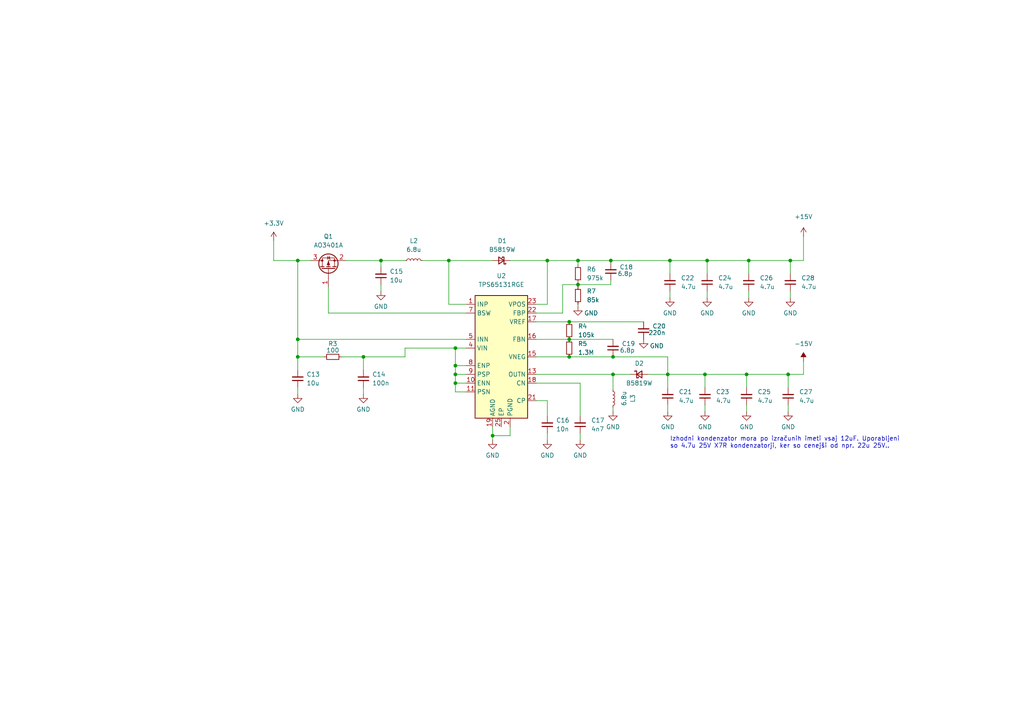
<source format=kicad_sch>
(kicad_sch (version 20211123) (generator eeschema)

  (uuid a7936651-1ee7-42b2-b2cd-640f529508b3)

  (paper "A4")

  (lib_symbols
    (symbol "Device:C_Small" (pin_numbers hide) (pin_names (offset 0.254) hide) (in_bom yes) (on_board yes)
      (property "Reference" "C" (id 0) (at 0.254 1.778 0)
        (effects (font (size 1.27 1.27)) (justify left))
      )
      (property "Value" "C_Small" (id 1) (at 0.254 -2.032 0)
        (effects (font (size 1.27 1.27)) (justify left))
      )
      (property "Footprint" "" (id 2) (at 0 0 0)
        (effects (font (size 1.27 1.27)) hide)
      )
      (property "Datasheet" "~" (id 3) (at 0 0 0)
        (effects (font (size 1.27 1.27)) hide)
      )
      (property "ki_keywords" "capacitor cap" (id 4) (at 0 0 0)
        (effects (font (size 1.27 1.27)) hide)
      )
      (property "ki_description" "Unpolarized capacitor, small symbol" (id 5) (at 0 0 0)
        (effects (font (size 1.27 1.27)) hide)
      )
      (property "ki_fp_filters" "C_*" (id 6) (at 0 0 0)
        (effects (font (size 1.27 1.27)) hide)
      )
      (symbol "C_Small_0_1"
        (polyline
          (pts
            (xy -1.524 -0.508)
            (xy 1.524 -0.508)
          )
          (stroke (width 0.3302) (type default) (color 0 0 0 0))
          (fill (type none))
        )
        (polyline
          (pts
            (xy -1.524 0.508)
            (xy 1.524 0.508)
          )
          (stroke (width 0.3048) (type default) (color 0 0 0 0))
          (fill (type none))
        )
      )
      (symbol "C_Small_1_1"
        (pin passive line (at 0 2.54 270) (length 2.032)
          (name "~" (effects (font (size 1.27 1.27))))
          (number "1" (effects (font (size 1.27 1.27))))
        )
        (pin passive line (at 0 -2.54 90) (length 2.032)
          (name "~" (effects (font (size 1.27 1.27))))
          (number "2" (effects (font (size 1.27 1.27))))
        )
      )
    )
    (symbol "Device:D_Schottky_Small" (pin_numbers hide) (pin_names (offset 0.254) hide) (in_bom yes) (on_board yes)
      (property "Reference" "D" (id 0) (at -1.27 2.032 0)
        (effects (font (size 1.27 1.27)) (justify left))
      )
      (property "Value" "D_Schottky_Small" (id 1) (at -7.112 -2.032 0)
        (effects (font (size 1.27 1.27)) (justify left))
      )
      (property "Footprint" "" (id 2) (at 0 0 90)
        (effects (font (size 1.27 1.27)) hide)
      )
      (property "Datasheet" "~" (id 3) (at 0 0 90)
        (effects (font (size 1.27 1.27)) hide)
      )
      (property "ki_keywords" "diode Schottky" (id 4) (at 0 0 0)
        (effects (font (size 1.27 1.27)) hide)
      )
      (property "ki_description" "Schottky diode, small symbol" (id 5) (at 0 0 0)
        (effects (font (size 1.27 1.27)) hide)
      )
      (property "ki_fp_filters" "TO-???* *_Diode_* *SingleDiode* D_*" (id 6) (at 0 0 0)
        (effects (font (size 1.27 1.27)) hide)
      )
      (symbol "D_Schottky_Small_0_1"
        (polyline
          (pts
            (xy -0.762 0)
            (xy 0.762 0)
          )
          (stroke (width 0) (type default) (color 0 0 0 0))
          (fill (type none))
        )
        (polyline
          (pts
            (xy 0.762 -1.016)
            (xy -0.762 0)
            (xy 0.762 1.016)
            (xy 0.762 -1.016)
          )
          (stroke (width 0.254) (type default) (color 0 0 0 0))
          (fill (type none))
        )
        (polyline
          (pts
            (xy -1.27 0.762)
            (xy -1.27 1.016)
            (xy -0.762 1.016)
            (xy -0.762 -1.016)
            (xy -0.254 -1.016)
            (xy -0.254 -0.762)
          )
          (stroke (width 0.254) (type default) (color 0 0 0 0))
          (fill (type none))
        )
      )
      (symbol "D_Schottky_Small_1_1"
        (pin passive line (at -2.54 0 0) (length 1.778)
          (name "K" (effects (font (size 1.27 1.27))))
          (number "1" (effects (font (size 1.27 1.27))))
        )
        (pin passive line (at 2.54 0 180) (length 1.778)
          (name "A" (effects (font (size 1.27 1.27))))
          (number "2" (effects (font (size 1.27 1.27))))
        )
      )
    )
    (symbol "Device:L_Small" (pin_numbers hide) (pin_names (offset 0.254) hide) (in_bom yes) (on_board yes)
      (property "Reference" "L" (id 0) (at 0.762 1.016 0)
        (effects (font (size 1.27 1.27)) (justify left))
      )
      (property "Value" "L_Small" (id 1) (at 0.762 -1.016 0)
        (effects (font (size 1.27 1.27)) (justify left))
      )
      (property "Footprint" "" (id 2) (at 0 0 0)
        (effects (font (size 1.27 1.27)) hide)
      )
      (property "Datasheet" "~" (id 3) (at 0 0 0)
        (effects (font (size 1.27 1.27)) hide)
      )
      (property "ki_keywords" "inductor choke coil reactor magnetic" (id 4) (at 0 0 0)
        (effects (font (size 1.27 1.27)) hide)
      )
      (property "ki_description" "Inductor, small symbol" (id 5) (at 0 0 0)
        (effects (font (size 1.27 1.27)) hide)
      )
      (property "ki_fp_filters" "Choke_* *Coil* Inductor_* L_*" (id 6) (at 0 0 0)
        (effects (font (size 1.27 1.27)) hide)
      )
      (symbol "L_Small_0_1"
        (arc (start 0 -2.032) (mid 0.508 -1.524) (end 0 -1.016)
          (stroke (width 0) (type default) (color 0 0 0 0))
          (fill (type none))
        )
        (arc (start 0 -1.016) (mid 0.508 -0.508) (end 0 0)
          (stroke (width 0) (type default) (color 0 0 0 0))
          (fill (type none))
        )
        (arc (start 0 0) (mid 0.508 0.508) (end 0 1.016)
          (stroke (width 0) (type default) (color 0 0 0 0))
          (fill (type none))
        )
        (arc (start 0 1.016) (mid 0.508 1.524) (end 0 2.032)
          (stroke (width 0) (type default) (color 0 0 0 0))
          (fill (type none))
        )
      )
      (symbol "L_Small_1_1"
        (pin passive line (at 0 2.54 270) (length 0.508)
          (name "~" (effects (font (size 1.27 1.27))))
          (number "1" (effects (font (size 1.27 1.27))))
        )
        (pin passive line (at 0 -2.54 90) (length 0.508)
          (name "~" (effects (font (size 1.27 1.27))))
          (number "2" (effects (font (size 1.27 1.27))))
        )
      )
    )
    (symbol "Device:R_Small" (pin_numbers hide) (pin_names (offset 0.254) hide) (in_bom yes) (on_board yes)
      (property "Reference" "R" (id 0) (at 0.762 0.508 0)
        (effects (font (size 1.27 1.27)) (justify left))
      )
      (property "Value" "R_Small" (id 1) (at 0.762 -1.016 0)
        (effects (font (size 1.27 1.27)) (justify left))
      )
      (property "Footprint" "" (id 2) (at 0 0 0)
        (effects (font (size 1.27 1.27)) hide)
      )
      (property "Datasheet" "~" (id 3) (at 0 0 0)
        (effects (font (size 1.27 1.27)) hide)
      )
      (property "ki_keywords" "R resistor" (id 4) (at 0 0 0)
        (effects (font (size 1.27 1.27)) hide)
      )
      (property "ki_description" "Resistor, small symbol" (id 5) (at 0 0 0)
        (effects (font (size 1.27 1.27)) hide)
      )
      (property "ki_fp_filters" "R_*" (id 6) (at 0 0 0)
        (effects (font (size 1.27 1.27)) hide)
      )
      (symbol "R_Small_0_1"
        (rectangle (start -0.762 1.778) (end 0.762 -1.778)
          (stroke (width 0.2032) (type default) (color 0 0 0 0))
          (fill (type none))
        )
      )
      (symbol "R_Small_1_1"
        (pin passive line (at 0 2.54 270) (length 0.762)
          (name "~" (effects (font (size 1.27 1.27))))
          (number "1" (effects (font (size 1.27 1.27))))
        )
        (pin passive line (at 0 -2.54 90) (length 0.762)
          (name "~" (effects (font (size 1.27 1.27))))
          (number "2" (effects (font (size 1.27 1.27))))
        )
      )
    )
    (symbol "Regulator_Switching:TPS65131RGE" (in_bom yes) (on_board yes)
      (property "Reference" "U" (id 0) (at -6.858 21.082 0)
        (effects (font (size 1.27 1.27)))
      )
      (property "Value" "TPS65131RGE" (id 1) (at -1.016 19.05 0)
        (effects (font (size 1.27 1.27)))
      )
      (property "Footprint" "Package_DFN_QFN:VQFN-24-1EP_4x4mm_P0.5mm_EP2.45x2.45mm_ThermalVias" (id 2) (at 0 0 0)
        (effects (font (size 1.27 1.27)) hide)
      )
      (property "Datasheet" "http://www.ti.com/lit/ds/symlink/tps65130.pdf" (id 3) (at 0 2.54 0)
        (effects (font (size 1.27 1.27)) hide)
      )
      (property "ki_keywords" "split-rail switching dual positive negative" (id 4) (at 0 0 0)
        (effects (font (size 1.27 1.27)) hide)
      )
      (property "ki_description" "Split-Rail Converter with Dual, Positive and Negative Outputs (750mA typ, Switch Current Limit 1950mA typ),), 2.7-5.5V, VQFN-24" (id 5) (at 0 0 0)
        (effects (font (size 1.27 1.27)) hide)
      )
      (property "ki_fp_filters" "VQFN*1EP*4x4mm*P0.5mm*" (id 6) (at 0 0 0)
        (effects (font (size 1.27 1.27)) hide)
      )
      (symbol "TPS65131RGE_0_1"
        (rectangle (start -7.62 17.78) (end 7.62 -17.78)
          (stroke (width 0.254) (type default) (color 0 0 0 0))
          (fill (type background))
        )
      )
      (symbol "TPS65131RGE_1_1"
        (pin input line (at -10.16 15.24 0) (length 2.54)
          (name "INP" (effects (font (size 1.27 1.27))))
          (number "1" (effects (font (size 1.27 1.27))))
        )
        (pin input line (at -10.16 -7.62 0) (length 2.54)
          (name "ENN" (effects (font (size 1.27 1.27))))
          (number "10" (effects (font (size 1.27 1.27))))
        )
        (pin input line (at -10.16 -10.16 0) (length 2.54)
          (name "PSN" (effects (font (size 1.27 1.27))))
          (number "11" (effects (font (size 1.27 1.27))))
        )
        (pin no_connect line (at -7.62 7.62 0) (length 2.54) hide
          (name "NC" (effects (font (size 1.27 1.27))))
          (number "12" (effects (font (size 1.27 1.27))))
        )
        (pin output line (at 10.16 -5.08 180) (length 2.54)
          (name "OUTN" (effects (font (size 1.27 1.27))))
          (number "13" (effects (font (size 1.27 1.27))))
        )
        (pin passive line (at 10.16 -5.08 180) (length 2.54) hide
          (name "OUTN" (effects (font (size 1.27 1.27))))
          (number "14" (effects (font (size 1.27 1.27))))
        )
        (pin input line (at 10.16 0 180) (length 2.54)
          (name "VNEG" (effects (font (size 1.27 1.27))))
          (number "15" (effects (font (size 1.27 1.27))))
        )
        (pin input line (at 10.16 5.08 180) (length 2.54)
          (name "FBN" (effects (font (size 1.27 1.27))))
          (number "16" (effects (font (size 1.27 1.27))))
        )
        (pin output line (at 10.16 10.16 180) (length 2.54)
          (name "VREF" (effects (font (size 1.27 1.27))))
          (number "17" (effects (font (size 1.27 1.27))))
        )
        (pin passive line (at 10.16 -7.62 180) (length 2.54)
          (name "CN" (effects (font (size 1.27 1.27))))
          (number "18" (effects (font (size 1.27 1.27))))
        )
        (pin power_in line (at -2.54 -20.32 90) (length 2.54)
          (name "AGND" (effects (font (size 1.27 1.27))))
          (number "19" (effects (font (size 1.27 1.27))))
        )
        (pin power_in line (at 2.54 -20.32 90) (length 2.54)
          (name "PGND" (effects (font (size 1.27 1.27))))
          (number "2" (effects (font (size 1.27 1.27))))
        )
        (pin no_connect line (at -7.62 10.16 0) (length 2.54) hide
          (name "NC" (effects (font (size 1.27 1.27))))
          (number "20" (effects (font (size 1.27 1.27))))
        )
        (pin passive line (at 10.16 -12.7 180) (length 2.54)
          (name "CP" (effects (font (size 1.27 1.27))))
          (number "21" (effects (font (size 1.27 1.27))))
        )
        (pin input line (at 10.16 12.7 180) (length 2.54)
          (name "FBP" (effects (font (size 1.27 1.27))))
          (number "22" (effects (font (size 1.27 1.27))))
        )
        (pin input line (at 10.16 15.24 180) (length 2.54)
          (name "VPOS" (effects (font (size 1.27 1.27))))
          (number "23" (effects (font (size 1.27 1.27))))
        )
        (pin input line (at -10.16 15.24 0) (length 2.54) hide
          (name "INP" (effects (font (size 1.27 1.27))))
          (number "24" (effects (font (size 1.27 1.27))))
        )
        (pin passive line (at 0 -20.32 90) (length 2.54)
          (name "EP" (effects (font (size 1.27 1.27))))
          (number "25" (effects (font (size 1.27 1.27))))
        )
        (pin passive line (at 2.54 -20.32 90) (length 2.54) hide
          (name "PGND" (effects (font (size 1.27 1.27))))
          (number "3" (effects (font (size 1.27 1.27))))
        )
        (pin power_in line (at -10.16 2.54 0) (length 2.54)
          (name "VIN" (effects (font (size 1.27 1.27))))
          (number "4" (effects (font (size 1.27 1.27))))
        )
        (pin input line (at -10.16 5.08 0) (length 2.54)
          (name "INN" (effects (font (size 1.27 1.27))))
          (number "5" (effects (font (size 1.27 1.27))))
        )
        (pin input line (at -10.16 5.08 0) (length 2.54) hide
          (name "INN" (effects (font (size 1.27 1.27))))
          (number "6" (effects (font (size 1.27 1.27))))
        )
        (pin output line (at -10.16 12.7 0) (length 2.54)
          (name "BSW" (effects (font (size 1.27 1.27))))
          (number "7" (effects (font (size 1.27 1.27))))
        )
        (pin input line (at -10.16 -2.54 0) (length 2.54)
          (name "ENP" (effects (font (size 1.27 1.27))))
          (number "8" (effects (font (size 1.27 1.27))))
        )
        (pin input line (at -10.16 -5.08 0) (length 2.54)
          (name "PSP" (effects (font (size 1.27 1.27))))
          (number "9" (effects (font (size 1.27 1.27))))
        )
      )
    )
    (symbol "Transistor_FET:AO3401A" (pin_names hide) (in_bom yes) (on_board yes)
      (property "Reference" "Q" (id 0) (at 5.08 1.905 0)
        (effects (font (size 1.27 1.27)) (justify left))
      )
      (property "Value" "AO3401A" (id 1) (at 5.08 0 0)
        (effects (font (size 1.27 1.27)) (justify left))
      )
      (property "Footprint" "Package_TO_SOT_SMD:SOT-23" (id 2) (at 5.08 -1.905 0)
        (effects (font (size 1.27 1.27) italic) (justify left) hide)
      )
      (property "Datasheet" "http://www.aosmd.com/pdfs/datasheet/AO3401A.pdf" (id 3) (at 0 0 0)
        (effects (font (size 1.27 1.27)) (justify left) hide)
      )
      (property "ki_keywords" "P-Channel MOSFET" (id 4) (at 0 0 0)
        (effects (font (size 1.27 1.27)) hide)
      )
      (property "ki_description" "-4.0A Id, -30V Vds, P-Channel MOSFET, SOT-23" (id 5) (at 0 0 0)
        (effects (font (size 1.27 1.27)) hide)
      )
      (property "ki_fp_filters" "SOT?23*" (id 6) (at 0 0 0)
        (effects (font (size 1.27 1.27)) hide)
      )
      (symbol "AO3401A_0_1"
        (polyline
          (pts
            (xy 0.254 0)
            (xy -2.54 0)
          )
          (stroke (width 0) (type default) (color 0 0 0 0))
          (fill (type none))
        )
        (polyline
          (pts
            (xy 0.254 1.905)
            (xy 0.254 -1.905)
          )
          (stroke (width 0.254) (type default) (color 0 0 0 0))
          (fill (type none))
        )
        (polyline
          (pts
            (xy 0.762 -1.27)
            (xy 0.762 -2.286)
          )
          (stroke (width 0.254) (type default) (color 0 0 0 0))
          (fill (type none))
        )
        (polyline
          (pts
            (xy 0.762 0.508)
            (xy 0.762 -0.508)
          )
          (stroke (width 0.254) (type default) (color 0 0 0 0))
          (fill (type none))
        )
        (polyline
          (pts
            (xy 0.762 2.286)
            (xy 0.762 1.27)
          )
          (stroke (width 0.254) (type default) (color 0 0 0 0))
          (fill (type none))
        )
        (polyline
          (pts
            (xy 2.54 2.54)
            (xy 2.54 1.778)
          )
          (stroke (width 0) (type default) (color 0 0 0 0))
          (fill (type none))
        )
        (polyline
          (pts
            (xy 2.54 -2.54)
            (xy 2.54 0)
            (xy 0.762 0)
          )
          (stroke (width 0) (type default) (color 0 0 0 0))
          (fill (type none))
        )
        (polyline
          (pts
            (xy 0.762 1.778)
            (xy 3.302 1.778)
            (xy 3.302 -1.778)
            (xy 0.762 -1.778)
          )
          (stroke (width 0) (type default) (color 0 0 0 0))
          (fill (type none))
        )
        (polyline
          (pts
            (xy 2.286 0)
            (xy 1.27 0.381)
            (xy 1.27 -0.381)
            (xy 2.286 0)
          )
          (stroke (width 0) (type default) (color 0 0 0 0))
          (fill (type outline))
        )
        (polyline
          (pts
            (xy 2.794 -0.508)
            (xy 2.921 -0.381)
            (xy 3.683 -0.381)
            (xy 3.81 -0.254)
          )
          (stroke (width 0) (type default) (color 0 0 0 0))
          (fill (type none))
        )
        (polyline
          (pts
            (xy 3.302 -0.381)
            (xy 2.921 0.254)
            (xy 3.683 0.254)
            (xy 3.302 -0.381)
          )
          (stroke (width 0) (type default) (color 0 0 0 0))
          (fill (type none))
        )
        (circle (center 1.651 0) (radius 2.794)
          (stroke (width 0.254) (type default) (color 0 0 0 0))
          (fill (type none))
        )
        (circle (center 2.54 -1.778) (radius 0.254)
          (stroke (width 0) (type default) (color 0 0 0 0))
          (fill (type outline))
        )
        (circle (center 2.54 1.778) (radius 0.254)
          (stroke (width 0) (type default) (color 0 0 0 0))
          (fill (type outline))
        )
      )
      (symbol "AO3401A_1_1"
        (pin input line (at -5.08 0 0) (length 2.54)
          (name "G" (effects (font (size 1.27 1.27))))
          (number "1" (effects (font (size 1.27 1.27))))
        )
        (pin passive line (at 2.54 -5.08 90) (length 2.54)
          (name "S" (effects (font (size 1.27 1.27))))
          (number "2" (effects (font (size 1.27 1.27))))
        )
        (pin passive line (at 2.54 5.08 270) (length 2.54)
          (name "D" (effects (font (size 1.27 1.27))))
          (number "3" (effects (font (size 1.27 1.27))))
        )
      )
    )
    (symbol "power:+15V" (power) (pin_names (offset 0)) (in_bom yes) (on_board yes)
      (property "Reference" "#PWR" (id 0) (at 0 -3.81 0)
        (effects (font (size 1.27 1.27)) hide)
      )
      (property "Value" "+15V" (id 1) (at 0 3.556 0)
        (effects (font (size 1.27 1.27)))
      )
      (property "Footprint" "" (id 2) (at 0 0 0)
        (effects (font (size 1.27 1.27)) hide)
      )
      (property "Datasheet" "" (id 3) (at 0 0 0)
        (effects (font (size 1.27 1.27)) hide)
      )
      (property "ki_keywords" "global power" (id 4) (at 0 0 0)
        (effects (font (size 1.27 1.27)) hide)
      )
      (property "ki_description" "Power symbol creates a global label with name \"+15V\"" (id 5) (at 0 0 0)
        (effects (font (size 1.27 1.27)) hide)
      )
      (symbol "+15V_0_1"
        (polyline
          (pts
            (xy -0.762 1.27)
            (xy 0 2.54)
          )
          (stroke (width 0) (type default) (color 0 0 0 0))
          (fill (type none))
        )
        (polyline
          (pts
            (xy 0 0)
            (xy 0 2.54)
          )
          (stroke (width 0) (type default) (color 0 0 0 0))
          (fill (type none))
        )
        (polyline
          (pts
            (xy 0 2.54)
            (xy 0.762 1.27)
          )
          (stroke (width 0) (type default) (color 0 0 0 0))
          (fill (type none))
        )
      )
      (symbol "+15V_1_1"
        (pin power_in line (at 0 0 90) (length 0) hide
          (name "+15V" (effects (font (size 1.27 1.27))))
          (number "1" (effects (font (size 1.27 1.27))))
        )
      )
    )
    (symbol "power:+3.3V" (power) (pin_names (offset 0)) (in_bom yes) (on_board yes)
      (property "Reference" "#PWR" (id 0) (at 0 -3.81 0)
        (effects (font (size 1.27 1.27)) hide)
      )
      (property "Value" "+3.3V" (id 1) (at 0 3.556 0)
        (effects (font (size 1.27 1.27)))
      )
      (property "Footprint" "" (id 2) (at 0 0 0)
        (effects (font (size 1.27 1.27)) hide)
      )
      (property "Datasheet" "" (id 3) (at 0 0 0)
        (effects (font (size 1.27 1.27)) hide)
      )
      (property "ki_keywords" "global power" (id 4) (at 0 0 0)
        (effects (font (size 1.27 1.27)) hide)
      )
      (property "ki_description" "Power symbol creates a global label with name \"+3.3V\"" (id 5) (at 0 0 0)
        (effects (font (size 1.27 1.27)) hide)
      )
      (symbol "+3.3V_0_1"
        (polyline
          (pts
            (xy -0.762 1.27)
            (xy 0 2.54)
          )
          (stroke (width 0) (type default) (color 0 0 0 0))
          (fill (type none))
        )
        (polyline
          (pts
            (xy 0 0)
            (xy 0 2.54)
          )
          (stroke (width 0) (type default) (color 0 0 0 0))
          (fill (type none))
        )
        (polyline
          (pts
            (xy 0 2.54)
            (xy 0.762 1.27)
          )
          (stroke (width 0) (type default) (color 0 0 0 0))
          (fill (type none))
        )
      )
      (symbol "+3.3V_1_1"
        (pin power_in line (at 0 0 90) (length 0) hide
          (name "+3.3V" (effects (font (size 1.27 1.27))))
          (number "1" (effects (font (size 1.27 1.27))))
        )
      )
    )
    (symbol "power:-15V" (power) (pin_names (offset 0)) (in_bom yes) (on_board yes)
      (property "Reference" "#PWR" (id 0) (at 0 2.54 0)
        (effects (font (size 1.27 1.27)) hide)
      )
      (property "Value" "-15V" (id 1) (at 0 3.81 0)
        (effects (font (size 1.27 1.27)))
      )
      (property "Footprint" "" (id 2) (at 0 0 0)
        (effects (font (size 1.27 1.27)) hide)
      )
      (property "Datasheet" "" (id 3) (at 0 0 0)
        (effects (font (size 1.27 1.27)) hide)
      )
      (property "ki_keywords" "global power" (id 4) (at 0 0 0)
        (effects (font (size 1.27 1.27)) hide)
      )
      (property "ki_description" "Power symbol creates a global label with name \"-15V\"" (id 5) (at 0 0 0)
        (effects (font (size 1.27 1.27)) hide)
      )
      (symbol "-15V_0_0"
        (pin power_in line (at 0 0 90) (length 0) hide
          (name "-15V" (effects (font (size 1.27 1.27))))
          (number "1" (effects (font (size 1.27 1.27))))
        )
      )
      (symbol "-15V_0_1"
        (polyline
          (pts
            (xy 0 0)
            (xy 0 1.27)
            (xy 0.762 1.27)
            (xy 0 2.54)
            (xy -0.762 1.27)
            (xy 0 1.27)
          )
          (stroke (width 0) (type default) (color 0 0 0 0))
          (fill (type outline))
        )
      )
    )
    (symbol "power:GND" (power) (pin_names (offset 0)) (in_bom yes) (on_board yes)
      (property "Reference" "#PWR" (id 0) (at 0 -6.35 0)
        (effects (font (size 1.27 1.27)) hide)
      )
      (property "Value" "GND" (id 1) (at 0 -3.81 0)
        (effects (font (size 1.27 1.27)))
      )
      (property "Footprint" "" (id 2) (at 0 0 0)
        (effects (font (size 1.27 1.27)) hide)
      )
      (property "Datasheet" "" (id 3) (at 0 0 0)
        (effects (font (size 1.27 1.27)) hide)
      )
      (property "ki_keywords" "global power" (id 4) (at 0 0 0)
        (effects (font (size 1.27 1.27)) hide)
      )
      (property "ki_description" "Power symbol creates a global label with name \"GND\" , ground" (id 5) (at 0 0 0)
        (effects (font (size 1.27 1.27)) hide)
      )
      (symbol "GND_0_1"
        (polyline
          (pts
            (xy 0 0)
            (xy 0 -1.27)
            (xy 1.27 -1.27)
            (xy 0 -2.54)
            (xy -1.27 -1.27)
            (xy 0 -1.27)
          )
          (stroke (width 0) (type default) (color 0 0 0 0))
          (fill (type none))
        )
      )
      (symbol "GND_1_1"
        (pin power_in line (at 0 0 270) (length 0) hide
          (name "GND" (effects (font (size 1.27 1.27))))
          (number "1" (effects (font (size 1.27 1.27))))
        )
      )
    )
  )

  (junction (at 110.49 75.565) (diameter 0) (color 0 0 0 0)
    (uuid 06a98fc3-719e-4b11-be1d-54e8ca36c6a2)
  )
  (junction (at 229.235 75.565) (diameter 0) (color 0 0 0 0)
    (uuid 07e3d35c-b880-46bc-9988-b13cc6f116ee)
  )
  (junction (at 177.8 103.505) (diameter 0) (color 0 0 0 0)
    (uuid 0f4f8b64-b600-41eb-8da2-d7dbd75f0425)
  )
  (junction (at 177.165 75.565) (diameter 0) (color 0 0 0 0)
    (uuid 1391677a-3687-445d-b073-e5a9b347278f)
  )
  (junction (at 177.8 108.585) (diameter 0) (color 0 0 0 0)
    (uuid 1566129a-84e7-4e9e-80ec-b7547c1d8691)
  )
  (junction (at 158.75 75.565) (diameter 0) (color 0 0 0 0)
    (uuid 19f4f3d4-6082-4f8e-acfa-c4083f7eb6af)
  )
  (junction (at 193.675 108.585) (diameter 0) (color 0 0 0 0)
    (uuid 2b835a14-f06b-45d7-8775-75d0d2851bb4)
  )
  (junction (at 132.08 106.045) (diameter 0) (color 0 0 0 0)
    (uuid 2c14e238-3de2-475d-9e00-fe83cd7941ba)
  )
  (junction (at 132.08 100.965) (diameter 0) (color 0 0 0 0)
    (uuid 3b208145-aa8d-4d57-895a-5269595d75b2)
  )
  (junction (at 86.36 75.565) (diameter 0) (color 0 0 0 0)
    (uuid 49ae24d2-38d6-49b7-9d95-993f1bf2eb09)
  )
  (junction (at 165.1 98.425) (diameter 0) (color 0 0 0 0)
    (uuid 4c85c608-f30e-444b-85ae-9dbe9a1ae689)
  )
  (junction (at 86.36 98.425) (diameter 0) (color 0 0 0 0)
    (uuid 5b54573c-e5a2-44e4-8d98-96d0a14baff6)
  )
  (junction (at 204.47 108.585) (diameter 0) (color 0 0 0 0)
    (uuid 5f687815-4b43-442b-8f6c-e496283c0fbf)
  )
  (junction (at 130.175 75.565) (diameter 0) (color 0 0 0 0)
    (uuid 6922906d-9c84-405d-a20f-4085367c9044)
  )
  (junction (at 167.64 75.565) (diameter 0) (color 0 0 0 0)
    (uuid 7187f2a4-718c-486a-b1de-e6e11bc8eac9)
  )
  (junction (at 165.1 103.505) (diameter 0) (color 0 0 0 0)
    (uuid 78382a7d-3b31-4baa-bf0e-4b769a171bb9)
  )
  (junction (at 194.31 75.565) (diameter 0) (color 0 0 0 0)
    (uuid 79ac34ef-02f7-4b18-b590-0b833f8951d2)
  )
  (junction (at 86.36 103.505) (diameter 0) (color 0 0 0 0)
    (uuid 91817fe4-9488-438c-9bb4-63279c398063)
  )
  (junction (at 142.875 126.365) (diameter 0) (color 0 0 0 0)
    (uuid a0bb2fca-1834-4c4f-b957-2ac0733c422e)
  )
  (junction (at 205.105 75.565) (diameter 0) (color 0 0 0 0)
    (uuid a31d8927-c558-4431-92b9-b4652f2d636f)
  )
  (junction (at 228.6 108.585) (diameter 0) (color 0 0 0 0)
    (uuid aa58cb17-0497-481b-9459-c861c7e5f44f)
  )
  (junction (at 132.08 108.585) (diameter 0) (color 0 0 0 0)
    (uuid ae6d7858-bae4-40e2-8825-cdbb084b55c9)
  )
  (junction (at 105.41 103.505) (diameter 0) (color 0 0 0 0)
    (uuid c4d49da8-a0cd-4935-94fd-780649f90aae)
  )
  (junction (at 132.08 111.125) (diameter 0) (color 0 0 0 0)
    (uuid cb3c769e-ed19-4b67-802d-0ff9a5bbd7cc)
  )
  (junction (at 217.17 75.565) (diameter 0) (color 0 0 0 0)
    (uuid de47a24c-1671-4c98-a71b-dabe518447b2)
  )
  (junction (at 167.64 82.55) (diameter 0) (color 0 0 0 0)
    (uuid e1f1f7d0-7b63-469a-8367-c0e6bec26f2c)
  )
  (junction (at 216.535 108.585) (diameter 0) (color 0 0 0 0)
    (uuid f34f50ae-4f6b-4157-9c9a-4805304c3fc1)
  )
  (junction (at 165.1 93.345) (diameter 0) (color 0 0 0 0)
    (uuid fa0d3adc-b86f-40bf-bce5-115dedf624f6)
  )

  (wire (pts (xy 95.25 83.185) (xy 95.25 90.805))
    (stroke (width 0) (type default) (color 0 0 0 0))
    (uuid 05f0469e-0d37-49a7-9913-8dcd0d313627)
  )
  (wire (pts (xy 167.64 81.915) (xy 167.64 82.55))
    (stroke (width 0) (type default) (color 0 0 0 0))
    (uuid 08f741fe-c68a-48ec-8447-b2bb602d0cba)
  )
  (wire (pts (xy 147.955 123.825) (xy 147.955 126.365))
    (stroke (width 0) (type default) (color 0 0 0 0))
    (uuid 0a68475d-325b-4c96-9610-5ab29bb64cef)
  )
  (wire (pts (xy 193.675 108.585) (xy 193.675 112.395))
    (stroke (width 0) (type default) (color 0 0 0 0))
    (uuid 0ab2a505-45bf-4a09-b1a1-1c73e4fcaf1e)
  )
  (wire (pts (xy 79.375 69.85) (xy 79.375 75.565))
    (stroke (width 0) (type default) (color 0 0 0 0))
    (uuid 0c9f79d9-9ed4-4707-abfc-c51e08ecfc17)
  )
  (wire (pts (xy 132.08 106.045) (xy 132.08 108.585))
    (stroke (width 0) (type default) (color 0 0 0 0))
    (uuid 0f2c2dd6-3071-443b-ad46-9eb15ac954e8)
  )
  (wire (pts (xy 147.955 126.365) (xy 142.875 126.365))
    (stroke (width 0) (type default) (color 0 0 0 0))
    (uuid 163220e8-1478-4dea-828c-e01877083b3a)
  )
  (wire (pts (xy 233.045 68.58) (xy 233.045 75.565))
    (stroke (width 0) (type default) (color 0 0 0 0))
    (uuid 170fa919-8aa6-494e-86aa-3cd1f06ef34f)
  )
  (wire (pts (xy 163.195 82.55) (xy 167.64 82.55))
    (stroke (width 0) (type default) (color 0 0 0 0))
    (uuid 1828fa13-bab3-49ea-8281-41a22cfeedf4)
  )
  (wire (pts (xy 110.49 75.565) (xy 117.475 75.565))
    (stroke (width 0) (type default) (color 0 0 0 0))
    (uuid 18b7a7cb-eca6-43c1-a40c-00c1f1e97db8)
  )
  (wire (pts (xy 177.165 76.2) (xy 177.165 75.565))
    (stroke (width 0) (type default) (color 0 0 0 0))
    (uuid 18e560cb-116f-410a-9093-5cf8dd0399c8)
  )
  (wire (pts (xy 130.175 75.565) (xy 142.875 75.565))
    (stroke (width 0) (type default) (color 0 0 0 0))
    (uuid 18e686f0-b0c2-451b-80ba-0a140fdd58ff)
  )
  (wire (pts (xy 194.31 75.565) (xy 194.31 79.375))
    (stroke (width 0) (type default) (color 0 0 0 0))
    (uuid 1d79ecc7-b146-4ea2-b870-15eb2a94a518)
  )
  (wire (pts (xy 193.675 117.475) (xy 193.675 119.38))
    (stroke (width 0) (type default) (color 0 0 0 0))
    (uuid 1e7e4d8d-2dba-4981-8c0a-0343c57c6234)
  )
  (wire (pts (xy 158.75 75.565) (xy 158.75 88.265))
    (stroke (width 0) (type default) (color 0 0 0 0))
    (uuid 20cc2f90-d0c8-407d-b819-0041fff9be81)
  )
  (wire (pts (xy 132.08 111.125) (xy 132.08 113.665))
    (stroke (width 0) (type default) (color 0 0 0 0))
    (uuid 2ffd5b2c-f726-4862-82a3-4fcc9eb48a28)
  )
  (wire (pts (xy 158.75 116.205) (xy 158.75 120.65))
    (stroke (width 0) (type default) (color 0 0 0 0))
    (uuid 308a54a6-29f3-4ab2-b686-e5cb2f9617a0)
  )
  (wire (pts (xy 86.36 98.425) (xy 86.36 75.565))
    (stroke (width 0) (type default) (color 0 0 0 0))
    (uuid 31639777-1df5-4be9-a1bf-3d89eb54ba4f)
  )
  (wire (pts (xy 205.105 75.565) (xy 205.105 79.375))
    (stroke (width 0) (type default) (color 0 0 0 0))
    (uuid 354be69f-4bcd-4ff4-9bba-44eade1cb58b)
  )
  (wire (pts (xy 229.235 75.565) (xy 229.235 79.375))
    (stroke (width 0) (type default) (color 0 0 0 0))
    (uuid 374f2053-32bb-4435-987e-842dd1a78eff)
  )
  (wire (pts (xy 167.64 75.565) (xy 167.64 76.835))
    (stroke (width 0) (type default) (color 0 0 0 0))
    (uuid 392a8c5b-4926-404c-af8a-1696e08dda58)
  )
  (wire (pts (xy 99.06 103.505) (xy 105.41 103.505))
    (stroke (width 0) (type default) (color 0 0 0 0))
    (uuid 3c6f8267-1af7-475b-b28b-6426445493a4)
  )
  (wire (pts (xy 204.47 117.475) (xy 204.47 119.38))
    (stroke (width 0) (type default) (color 0 0 0 0))
    (uuid 3d411ad4-ee2b-4477-b11b-b069d51463bb)
  )
  (wire (pts (xy 177.165 75.565) (xy 167.64 75.565))
    (stroke (width 0) (type default) (color 0 0 0 0))
    (uuid 3d964c66-3c45-4ab0-88e2-8add196d1136)
  )
  (wire (pts (xy 167.64 88.265) (xy 167.64 88.9))
    (stroke (width 0) (type default) (color 0 0 0 0))
    (uuid 3e0535d1-1b8d-47c5-aede-cdf13c5cbd99)
  )
  (wire (pts (xy 147.955 75.565) (xy 158.75 75.565))
    (stroke (width 0) (type default) (color 0 0 0 0))
    (uuid 427520af-41a3-4760-afba-5cc22cd875dc)
  )
  (wire (pts (xy 132.08 108.585) (xy 135.255 108.585))
    (stroke (width 0) (type default) (color 0 0 0 0))
    (uuid 43f23e49-a62b-4588-a31f-436ce8f2f15b)
  )
  (wire (pts (xy 132.08 106.045) (xy 135.255 106.045))
    (stroke (width 0) (type default) (color 0 0 0 0))
    (uuid 45668068-75f2-4c2e-88ce-25dc3435ff9d)
  )
  (wire (pts (xy 194.31 84.455) (xy 194.31 86.36))
    (stroke (width 0) (type default) (color 0 0 0 0))
    (uuid 47a0c963-997a-4759-9e6c-870c14f59f8a)
  )
  (wire (pts (xy 86.36 103.505) (xy 86.36 107.315))
    (stroke (width 0) (type default) (color 0 0 0 0))
    (uuid 47a6be40-7772-4ef9-828b-890f04abd003)
  )
  (wire (pts (xy 229.235 84.455) (xy 229.235 86.36))
    (stroke (width 0) (type default) (color 0 0 0 0))
    (uuid 48903a57-04a0-4617-8012-c8a435adef1e)
  )
  (wire (pts (xy 229.235 75.565) (xy 233.045 75.565))
    (stroke (width 0) (type default) (color 0 0 0 0))
    (uuid 48f903b7-b68d-477f-a7c1-7e89b4e67a47)
  )
  (wire (pts (xy 135.255 98.425) (xy 86.36 98.425))
    (stroke (width 0) (type default) (color 0 0 0 0))
    (uuid 49d6c33c-98eb-4d6a-87c1-72dae79b0817)
  )
  (wire (pts (xy 177.8 108.585) (xy 177.8 113.03))
    (stroke (width 0) (type default) (color 0 0 0 0))
    (uuid 4bb20568-3e0b-4aa3-a6dc-2b22ba00aa1d)
  )
  (wire (pts (xy 177.8 103.505) (xy 193.675 103.505))
    (stroke (width 0) (type default) (color 0 0 0 0))
    (uuid 53ac0235-8a18-4529-9f78-0eb735f91a21)
  )
  (wire (pts (xy 204.47 108.585) (xy 204.47 112.395))
    (stroke (width 0) (type default) (color 0 0 0 0))
    (uuid 55f2f304-cad6-44d5-b5d6-7086562076c4)
  )
  (wire (pts (xy 105.41 103.505) (xy 105.41 107.315))
    (stroke (width 0) (type default) (color 0 0 0 0))
    (uuid 591714cb-aef4-4486-ad9d-44571776b960)
  )
  (wire (pts (xy 155.575 93.345) (xy 165.1 93.345))
    (stroke (width 0) (type default) (color 0 0 0 0))
    (uuid 5d10de3f-a9ec-4a6b-80ae-7b4a36930423)
  )
  (wire (pts (xy 193.675 103.505) (xy 193.675 108.585))
    (stroke (width 0) (type default) (color 0 0 0 0))
    (uuid 67efabad-5b5d-4458-9ebb-ffbb2424c2fb)
  )
  (wire (pts (xy 168.275 125.73) (xy 168.275 127.635))
    (stroke (width 0) (type default) (color 0 0 0 0))
    (uuid 69bb07cd-b412-4334-a46c-228a1765b87f)
  )
  (wire (pts (xy 86.36 103.505) (xy 93.98 103.505))
    (stroke (width 0) (type default) (color 0 0 0 0))
    (uuid 6ab85593-2181-4c3c-a89c-a10cebf1ed6f)
  )
  (wire (pts (xy 233.045 108.585) (xy 233.045 104.775))
    (stroke (width 0) (type default) (color 0 0 0 0))
    (uuid 6dc23fdc-d11a-40d9-9378-cd4b7cb25a35)
  )
  (wire (pts (xy 155.575 90.805) (xy 163.195 90.805))
    (stroke (width 0) (type default) (color 0 0 0 0))
    (uuid 714a5b63-3ed3-406f-9e92-5fce310ebb23)
  )
  (wire (pts (xy 95.25 90.805) (xy 135.255 90.805))
    (stroke (width 0) (type default) (color 0 0 0 0))
    (uuid 73a06504-ea25-4aca-92e9-1359cc7b1b80)
  )
  (wire (pts (xy 168.275 120.65) (xy 168.275 111.125))
    (stroke (width 0) (type default) (color 0 0 0 0))
    (uuid 74f90d60-265f-4dcb-bd74-f6a7bc140664)
  )
  (wire (pts (xy 216.535 108.585) (xy 216.535 112.395))
    (stroke (width 0) (type default) (color 0 0 0 0))
    (uuid 7596aafd-5d34-4ec4-a10f-6a142be75a40)
  )
  (wire (pts (xy 117.475 103.505) (xy 117.475 100.965))
    (stroke (width 0) (type default) (color 0 0 0 0))
    (uuid 76c32801-be59-4ff9-ade8-fdae8c3f905a)
  )
  (wire (pts (xy 193.675 108.585) (xy 204.47 108.585))
    (stroke (width 0) (type default) (color 0 0 0 0))
    (uuid 7cffd292-5bf9-4e8e-8401-21b2f6e0c956)
  )
  (wire (pts (xy 132.08 100.965) (xy 135.255 100.965))
    (stroke (width 0) (type default) (color 0 0 0 0))
    (uuid 7d0b20b6-c410-4ac9-84c8-58c4c8147156)
  )
  (wire (pts (xy 135.255 88.265) (xy 130.175 88.265))
    (stroke (width 0) (type default) (color 0 0 0 0))
    (uuid 7faeb746-a897-4d85-8762-dc8fd072396e)
  )
  (wire (pts (xy 132.08 108.585) (xy 132.08 111.125))
    (stroke (width 0) (type default) (color 0 0 0 0))
    (uuid 82d28e72-ab55-4bb5-a96a-dadd972286e9)
  )
  (wire (pts (xy 79.375 75.565) (xy 86.36 75.565))
    (stroke (width 0) (type default) (color 0 0 0 0))
    (uuid 86841771-455f-4d16-8b16-900e698c0cd3)
  )
  (wire (pts (xy 205.105 75.565) (xy 217.17 75.565))
    (stroke (width 0) (type default) (color 0 0 0 0))
    (uuid 89161c29-b2a0-4647-b595-2ae2f195e9f2)
  )
  (wire (pts (xy 158.75 88.265) (xy 155.575 88.265))
    (stroke (width 0) (type default) (color 0 0 0 0))
    (uuid 89b8abad-58bd-4da7-b81f-834fd7b8c653)
  )
  (wire (pts (xy 177.165 81.28) (xy 177.165 82.55))
    (stroke (width 0) (type default) (color 0 0 0 0))
    (uuid 908d64ba-c37d-4956-babb-7803bd400523)
  )
  (wire (pts (xy 155.575 116.205) (xy 158.75 116.205))
    (stroke (width 0) (type default) (color 0 0 0 0))
    (uuid 9261f222-51e8-43db-97a7-fd6ad3979b81)
  )
  (wire (pts (xy 167.64 82.55) (xy 177.165 82.55))
    (stroke (width 0) (type default) (color 0 0 0 0))
    (uuid 929d181d-09f5-425d-b426-3914ae07cd76)
  )
  (wire (pts (xy 167.64 82.55) (xy 167.64 83.185))
    (stroke (width 0) (type default) (color 0 0 0 0))
    (uuid 9670c590-5207-424a-be0b-b750b8b913ca)
  )
  (wire (pts (xy 110.49 82.55) (xy 110.49 84.455))
    (stroke (width 0) (type default) (color 0 0 0 0))
    (uuid 9af76b94-2f26-4a57-9ce7-7232030044ef)
  )
  (wire (pts (xy 142.875 123.825) (xy 142.875 126.365))
    (stroke (width 0) (type default) (color 0 0 0 0))
    (uuid 9f1175c5-da50-4be9-8f70-f133195fbbcf)
  )
  (wire (pts (xy 205.105 84.455) (xy 205.105 86.36))
    (stroke (width 0) (type default) (color 0 0 0 0))
    (uuid a2f84409-f9ec-4b66-83a8-a0c644724bfb)
  )
  (wire (pts (xy 132.08 111.125) (xy 135.255 111.125))
    (stroke (width 0) (type default) (color 0 0 0 0))
    (uuid a48c3581-73b3-4924-ac1a-ba15e89810be)
  )
  (wire (pts (xy 187.96 108.585) (xy 193.675 108.585))
    (stroke (width 0) (type default) (color 0 0 0 0))
    (uuid a6623501-384f-452d-86e3-3e8b994bf58e)
  )
  (wire (pts (xy 217.17 75.565) (xy 229.235 75.565))
    (stroke (width 0) (type default) (color 0 0 0 0))
    (uuid a7214cf9-5a3b-4d47-bb87-14e28d0924f2)
  )
  (wire (pts (xy 158.75 125.73) (xy 158.75 127.635))
    (stroke (width 0) (type default) (color 0 0 0 0))
    (uuid a919a71c-9373-403e-8f92-d137dad3558e)
  )
  (wire (pts (xy 228.6 108.585) (xy 233.045 108.585))
    (stroke (width 0) (type default) (color 0 0 0 0))
    (uuid aa87343d-47ea-419c-8390-208790cb0abf)
  )
  (wire (pts (xy 165.1 93.345) (xy 186.69 93.345))
    (stroke (width 0) (type default) (color 0 0 0 0))
    (uuid ac41cff6-72a0-484a-b042-daec8d113b4c)
  )
  (wire (pts (xy 155.575 98.425) (xy 165.1 98.425))
    (stroke (width 0) (type default) (color 0 0 0 0))
    (uuid b025d56c-bb8e-45b6-85b3-999906f97617)
  )
  (wire (pts (xy 216.535 117.475) (xy 216.535 119.38))
    (stroke (width 0) (type default) (color 0 0 0 0))
    (uuid b0dcaf41-65eb-4f69-9f58-f15aba322cdb)
  )
  (wire (pts (xy 163.195 90.805) (xy 163.195 82.55))
    (stroke (width 0) (type default) (color 0 0 0 0))
    (uuid b4185363-66a7-4684-9f1a-4bf683695188)
  )
  (wire (pts (xy 217.17 75.565) (xy 217.17 79.375))
    (stroke (width 0) (type default) (color 0 0 0 0))
    (uuid b46e179a-c323-4177-a6b8-fdef7b945eb2)
  )
  (wire (pts (xy 194.31 75.565) (xy 205.105 75.565))
    (stroke (width 0) (type default) (color 0 0 0 0))
    (uuid bb1a2004-2200-4a71-94b9-1184331ef874)
  )
  (wire (pts (xy 155.575 111.125) (xy 168.275 111.125))
    (stroke (width 0) (type default) (color 0 0 0 0))
    (uuid c10b5506-51da-408a-9e2c-d4e2acd5ddde)
  )
  (wire (pts (xy 158.75 75.565) (xy 167.64 75.565))
    (stroke (width 0) (type default) (color 0 0 0 0))
    (uuid c17ad8bc-5df0-4b17-ae22-85e741d284ef)
  )
  (wire (pts (xy 216.535 108.585) (xy 228.6 108.585))
    (stroke (width 0) (type default) (color 0 0 0 0))
    (uuid c1ac6aa9-61e6-40de-951b-7e4225d54701)
  )
  (wire (pts (xy 86.36 75.565) (xy 90.17 75.565))
    (stroke (width 0) (type default) (color 0 0 0 0))
    (uuid c4095245-e105-40dc-a3c3-4a751f6139e0)
  )
  (wire (pts (xy 228.6 108.585) (xy 228.6 112.395))
    (stroke (width 0) (type default) (color 0 0 0 0))
    (uuid c4ba3f54-7672-4483-a4c2-aa73a73b81c0)
  )
  (wire (pts (xy 142.875 126.365) (xy 142.875 127.635))
    (stroke (width 0) (type default) (color 0 0 0 0))
    (uuid c5adcdeb-3051-46f0-9437-2cbcb01847df)
  )
  (wire (pts (xy 165.1 98.425) (xy 177.8 98.425))
    (stroke (width 0) (type default) (color 0 0 0 0))
    (uuid c6a51895-b0c7-4dbb-9087-529aae73484e)
  )
  (wire (pts (xy 177.8 108.585) (xy 182.88 108.585))
    (stroke (width 0) (type default) (color 0 0 0 0))
    (uuid c8c8747e-a26f-4c9e-aa7c-2876482903c0)
  )
  (wire (pts (xy 110.49 75.565) (xy 110.49 77.47))
    (stroke (width 0) (type default) (color 0 0 0 0))
    (uuid cc462fb9-54fc-4632-bb2c-df3cedfbff2a)
  )
  (wire (pts (xy 100.33 75.565) (xy 110.49 75.565))
    (stroke (width 0) (type default) (color 0 0 0 0))
    (uuid d02f4fa9-50ef-4cf6-97eb-388b4191bb38)
  )
  (wire (pts (xy 86.36 112.395) (xy 86.36 114.3))
    (stroke (width 0) (type default) (color 0 0 0 0))
    (uuid d09dca35-072a-400d-80ae-27cb2d0f5af2)
  )
  (wire (pts (xy 155.575 103.505) (xy 165.1 103.505))
    (stroke (width 0) (type default) (color 0 0 0 0))
    (uuid d351f932-dc14-45db-b065-22935da29cf1)
  )
  (wire (pts (xy 228.6 117.475) (xy 228.6 119.38))
    (stroke (width 0) (type default) (color 0 0 0 0))
    (uuid d3d769fc-74a9-43b0-9e32-1f77b2eb45f7)
  )
  (wire (pts (xy 204.47 108.585) (xy 216.535 108.585))
    (stroke (width 0) (type default) (color 0 0 0 0))
    (uuid d8c19625-c74f-4b15-9c16-380feb17c104)
  )
  (wire (pts (xy 130.175 88.265) (xy 130.175 75.565))
    (stroke (width 0) (type default) (color 0 0 0 0))
    (uuid d99c12fe-90f7-4e48-8596-e3bff76dd8ca)
  )
  (wire (pts (xy 132.08 100.965) (xy 132.08 106.045))
    (stroke (width 0) (type default) (color 0 0 0 0))
    (uuid d9b25164-f627-441d-9c56-20540a4b5109)
  )
  (wire (pts (xy 155.575 108.585) (xy 177.8 108.585))
    (stroke (width 0) (type default) (color 0 0 0 0))
    (uuid df4215ee-6e99-4494-8fca-b95080e00993)
  )
  (wire (pts (xy 135.255 113.665) (xy 132.08 113.665))
    (stroke (width 0) (type default) (color 0 0 0 0))
    (uuid e053d293-54e5-4fe3-8541-eb8fd8aa1316)
  )
  (wire (pts (xy 217.17 84.455) (xy 217.17 86.36))
    (stroke (width 0) (type default) (color 0 0 0 0))
    (uuid e2243ed4-34ae-4e55-a35f-6dff875d1f62)
  )
  (wire (pts (xy 122.555 75.565) (xy 130.175 75.565))
    (stroke (width 0) (type default) (color 0 0 0 0))
    (uuid e487422f-4a35-4bf0-8675-3b478e03b1c1)
  )
  (wire (pts (xy 177.165 75.565) (xy 194.31 75.565))
    (stroke (width 0) (type default) (color 0 0 0 0))
    (uuid ea131886-c02f-4b16-b4a3-044aa0940658)
  )
  (wire (pts (xy 105.41 112.395) (xy 105.41 114.3))
    (stroke (width 0) (type default) (color 0 0 0 0))
    (uuid ec2d20bd-d9cc-453c-ae99-82c0adcb8267)
  )
  (wire (pts (xy 165.1 103.505) (xy 177.8 103.505))
    (stroke (width 0) (type default) (color 0 0 0 0))
    (uuid ee05caf1-ff42-42ad-9e7a-15b88a7ab993)
  )
  (wire (pts (xy 105.41 103.505) (xy 117.475 103.505))
    (stroke (width 0) (type default) (color 0 0 0 0))
    (uuid f2572160-6e22-4f2f-b6e1-44d02c73ccbc)
  )
  (wire (pts (xy 177.8 118.11) (xy 177.8 119.38))
    (stroke (width 0) (type default) (color 0 0 0 0))
    (uuid f7191a4d-f5f7-4b23-8aad-7ea1e7f97df8)
  )
  (wire (pts (xy 86.36 98.425) (xy 86.36 103.505))
    (stroke (width 0) (type default) (color 0 0 0 0))
    (uuid f7ce37c5-51ea-40f9-9bbd-fbdbe56f3fa2)
  )
  (wire (pts (xy 117.475 100.965) (xy 132.08 100.965))
    (stroke (width 0) (type default) (color 0 0 0 0))
    (uuid f97d8d24-e493-47fb-9c21-ad3919db7731)
  )

  (text "Izhodni kondenzator mora po izračunih imeti vsaj 12uF. Uporabljeni\nso 4.7u 25V X7R kondenzatorji, ker so cenejši od npr. 22u 25V.."
    (at 194.31 130.175 0)
    (effects (font (size 1.27 1.27)) (justify left bottom))
    (uuid 5b268c86-14c9-4dfd-980e-247b17643d61)
  )

  (symbol (lib_id "power:GND") (at 194.31 86.36 0) (unit 1)
    (in_bom yes) (on_board yes) (fields_autoplaced)
    (uuid 020b2426-1103-46e4-a399-235598731a81)
    (property "Reference" "#PWR025" (id 0) (at 194.31 92.71 0)
      (effects (font (size 1.27 1.27)) hide)
    )
    (property "Value" "GND" (id 1) (at 194.31 90.805 0))
    (property "Footprint" "" (id 2) (at 194.31 86.36 0)
      (effects (font (size 1.27 1.27)) hide)
    )
    (property "Datasheet" "" (id 3) (at 194.31 86.36 0)
      (effects (font (size 1.27 1.27)) hide)
    )
    (pin "1" (uuid 3de67be8-28ff-4fba-8bb0-fed3c6570d5b))
  )

  (symbol (lib_id "Device:C_Small") (at 205.105 81.915 180) (unit 1)
    (in_bom yes) (on_board yes) (fields_autoplaced)
    (uuid 02e467ef-dd50-4a09-8bf8-c26053f9cb0a)
    (property "Reference" "C24" (id 0) (at 208.28 80.6385 0)
      (effects (font (size 1.27 1.27)) (justify right))
    )
    (property "Value" "4.7u" (id 1) (at 208.28 83.1785 0)
      (effects (font (size 1.27 1.27)) (justify right))
    )
    (property "Footprint" "" (id 2) (at 205.105 81.915 0)
      (effects (font (size 1.27 1.27)) hide)
    )
    (property "Datasheet" "~" (id 3) (at 205.105 81.915 0)
      (effects (font (size 1.27 1.27)) hide)
    )
    (pin "1" (uuid 5173e82f-6a65-4e78-bd51-8ae018b2a895))
    (pin "2" (uuid db8d2e96-d41a-4d91-8d34-d692c5821e17))
  )

  (symbol (lib_id "power:GND") (at 105.41 114.3 0) (unit 1)
    (in_bom yes) (on_board yes) (fields_autoplaced)
    (uuid 04f44c85-e17a-4339-b1e2-fe98d1239541)
    (property "Reference" "#PWR016" (id 0) (at 105.41 120.65 0)
      (effects (font (size 1.27 1.27)) hide)
    )
    (property "Value" "GND" (id 1) (at 105.41 118.745 0))
    (property "Footprint" "" (id 2) (at 105.41 114.3 0)
      (effects (font (size 1.27 1.27)) hide)
    )
    (property "Datasheet" "" (id 3) (at 105.41 114.3 0)
      (effects (font (size 1.27 1.27)) hide)
    )
    (pin "1" (uuid 0f3454cf-0e0c-4242-a374-f6b10859f03c))
  )

  (symbol (lib_id "Device:L_Small") (at 120.015 75.565 90) (unit 1)
    (in_bom yes) (on_board yes)
    (uuid 0ae295a4-5fbf-4983-9008-7915c6d66004)
    (property "Reference" "L2" (id 0) (at 120.015 69.85 90))
    (property "Value" "6.8u" (id 1) (at 120.015 72.39 90))
    (property "Footprint" "" (id 2) (at 120.015 75.565 0)
      (effects (font (size 1.27 1.27)) hide)
    )
    (property "Datasheet" "~" (id 3) (at 120.015 75.565 0)
      (effects (font (size 1.27 1.27)) hide)
    )
    (pin "1" (uuid b48d33b1-e6b4-4539-a767-3305e0459c8e))
    (pin "2" (uuid db224711-dfed-4c0e-b29e-7e248694ef1a))
  )

  (symbol (lib_id "Transistor_FET:AO3401A") (at 95.25 78.105 90) (unit 1)
    (in_bom yes) (on_board yes) (fields_autoplaced)
    (uuid 1b6b5481-b5fd-4f7d-a0e7-feffd01ab5fd)
    (property "Reference" "Q1" (id 0) (at 95.25 68.58 90))
    (property "Value" "AO3401A" (id 1) (at 95.25 71.12 90))
    (property "Footprint" "Package_TO_SOT_SMD:SOT-23" (id 2) (at 97.155 73.025 0)
      (effects (font (size 1.27 1.27) italic) (justify left) hide)
    )
    (property "Datasheet" "http://www.aosmd.com/pdfs/datasheet/AO3401A.pdf" (id 3) (at 95.25 78.105 0)
      (effects (font (size 1.27 1.27)) (justify left) hide)
    )
    (pin "1" (uuid 06687e98-6667-49b9-8110-e66669f3bbe8))
    (pin "2" (uuid e5c5a7ec-c6cd-4129-aa14-07c3b5ee6d15))
    (pin "3" (uuid c999575e-6e16-4560-9421-ed7a2cb15e1b))
  )

  (symbol (lib_id "power:GND") (at 167.64 88.9 0) (unit 1)
    (in_bom yes) (on_board yes)
    (uuid 2ae7f475-e0e3-41d5-a57b-7b6401054e29)
    (property "Reference" "#PWR020" (id 0) (at 167.64 95.25 0)
      (effects (font (size 1.27 1.27)) hide)
    )
    (property "Value" "GND" (id 1) (at 171.45 90.805 0))
    (property "Footprint" "" (id 2) (at 167.64 88.9 0)
      (effects (font (size 1.27 1.27)) hide)
    )
    (property "Datasheet" "" (id 3) (at 167.64 88.9 0)
      (effects (font (size 1.27 1.27)) hide)
    )
    (pin "1" (uuid 2902bd59-437a-4725-ac54-e7718447d678))
  )

  (symbol (lib_id "Device:C_Small") (at 216.535 114.935 180) (unit 1)
    (in_bom yes) (on_board yes) (fields_autoplaced)
    (uuid 2aedda58-6154-4d26-af14-265e06555bb6)
    (property "Reference" "C25" (id 0) (at 219.71 113.6585 0)
      (effects (font (size 1.27 1.27)) (justify right))
    )
    (property "Value" "4.7u" (id 1) (at 219.71 116.1985 0)
      (effects (font (size 1.27 1.27)) (justify right))
    )
    (property "Footprint" "Capacitor_SMD:C_1206_3216Metric" (id 2) (at 216.535 114.935 0)
      (effects (font (size 1.27 1.27)) hide)
    )
    (property "Datasheet" "~" (id 3) (at 216.535 114.935 0)
      (effects (font (size 1.27 1.27)) hide)
    )
    (pin "1" (uuid 09c14c6c-4cab-41fd-83a5-562c11fffe7a))
    (pin "2" (uuid 6f0896d6-3ef1-4313-b8ca-062c490b1adb))
  )

  (symbol (lib_id "Device:C_Small") (at 86.36 109.855 180) (unit 1)
    (in_bom yes) (on_board yes) (fields_autoplaced)
    (uuid 2b38ae1d-4fbf-4c59-804b-047877b8f818)
    (property "Reference" "C13" (id 0) (at 88.9 108.5785 0)
      (effects (font (size 1.27 1.27)) (justify right))
    )
    (property "Value" "10u" (id 1) (at 88.9 111.1185 0)
      (effects (font (size 1.27 1.27)) (justify right))
    )
    (property "Footprint" "" (id 2) (at 86.36 109.855 0)
      (effects (font (size 1.27 1.27)) hide)
    )
    (property "Datasheet" "~" (id 3) (at 86.36 109.855 0)
      (effects (font (size 1.27 1.27)) hide)
    )
    (pin "1" (uuid e721b143-9638-4dc9-a5e3-3d944ddd96b4))
    (pin "2" (uuid abeeb6f9-cbc5-48f2-b077-4a7dece92c64))
  )

  (symbol (lib_id "Device:R_Small") (at 96.52 103.505 90) (unit 1)
    (in_bom yes) (on_board yes)
    (uuid 3089e8ba-f119-47ce-ba8e-83c0bd4d07f8)
    (property "Reference" "R3" (id 0) (at 96.52 99.695 90))
    (property "Value" "100" (id 1) (at 96.52 101.6 90))
    (property "Footprint" "" (id 2) (at 96.52 103.505 0)
      (effects (font (size 1.27 1.27)) hide)
    )
    (property "Datasheet" "~" (id 3) (at 96.52 103.505 0)
      (effects (font (size 1.27 1.27)) hide)
    )
    (pin "1" (uuid d194ed83-c857-43f9-bf85-d81370fde137))
    (pin "2" (uuid fbf8e27f-6718-42f9-8101-722551325cd2))
  )

  (symbol (lib_id "power:GND") (at 204.47 119.38 0) (unit 1)
    (in_bom yes) (on_board yes) (fields_autoplaced)
    (uuid 329d2e3d-578e-4d60-b0f0-e6ce0ad468c9)
    (property "Reference" "#PWR026" (id 0) (at 204.47 125.73 0)
      (effects (font (size 1.27 1.27)) hide)
    )
    (property "Value" "GND" (id 1) (at 204.47 123.825 0))
    (property "Footprint" "" (id 2) (at 204.47 119.38 0)
      (effects (font (size 1.27 1.27)) hide)
    )
    (property "Datasheet" "" (id 3) (at 204.47 119.38 0)
      (effects (font (size 1.27 1.27)) hide)
    )
    (pin "1" (uuid 4908333c-2192-442f-880f-41057cd50fe1))
  )

  (symbol (lib_id "Device:L_Small") (at 177.8 115.57 0) (unit 1)
    (in_bom yes) (on_board yes)
    (uuid 34fa5450-0c2c-4d88-a800-af2fda58130e)
    (property "Reference" "L3" (id 0) (at 183.515 115.57 90))
    (property "Value" "6.8u" (id 1) (at 180.975 115.57 90))
    (property "Footprint" "" (id 2) (at 177.8 115.57 0)
      (effects (font (size 1.27 1.27)) hide)
    )
    (property "Datasheet" "~" (id 3) (at 177.8 115.57 0)
      (effects (font (size 1.27 1.27)) hide)
    )
    (pin "1" (uuid 95e06be8-1524-44b3-915b-4f94d2c8bbee))
    (pin "2" (uuid ed6dc7ad-5114-4571-b83f-28d304440309))
  )

  (symbol (lib_id "Device:C_Small") (at 217.17 81.915 180) (unit 1)
    (in_bom yes) (on_board yes) (fields_autoplaced)
    (uuid 4a726d0d-e8ad-413d-ab3a-4dafaba42f22)
    (property "Reference" "C26" (id 0) (at 220.345 80.6385 0)
      (effects (font (size 1.27 1.27)) (justify right))
    )
    (property "Value" "4.7u" (id 1) (at 220.345 83.1785 0)
      (effects (font (size 1.27 1.27)) (justify right))
    )
    (property "Footprint" "" (id 2) (at 217.17 81.915 0)
      (effects (font (size 1.27 1.27)) hide)
    )
    (property "Datasheet" "~" (id 3) (at 217.17 81.915 0)
      (effects (font (size 1.27 1.27)) hide)
    )
    (pin "1" (uuid f7051f76-76f2-49ed-aab4-8c3858f576d6))
    (pin "2" (uuid f2187348-da7a-4f5a-ba93-867204114531))
  )

  (symbol (lib_id "power:GND") (at 168.275 127.635 0) (unit 1)
    (in_bom yes) (on_board yes) (fields_autoplaced)
    (uuid 50a39639-5319-4543-87c6-b6c5c004ae23)
    (property "Reference" "#PWR021" (id 0) (at 168.275 133.985 0)
      (effects (font (size 1.27 1.27)) hide)
    )
    (property "Value" "GND" (id 1) (at 168.275 132.08 0))
    (property "Footprint" "" (id 2) (at 168.275 127.635 0)
      (effects (font (size 1.27 1.27)) hide)
    )
    (property "Datasheet" "" (id 3) (at 168.275 127.635 0)
      (effects (font (size 1.27 1.27)) hide)
    )
    (pin "1" (uuid 9d88ef4d-425a-47e2-8c81-558a2f0502cf))
  )

  (symbol (lib_id "power:GND") (at 158.75 127.635 0) (unit 1)
    (in_bom yes) (on_board yes) (fields_autoplaced)
    (uuid 58ff0329-7099-4cc2-9ef0-646e81da9213)
    (property "Reference" "#PWR019" (id 0) (at 158.75 133.985 0)
      (effects (font (size 1.27 1.27)) hide)
    )
    (property "Value" "GND" (id 1) (at 158.75 132.08 0))
    (property "Footprint" "" (id 2) (at 158.75 127.635 0)
      (effects (font (size 1.27 1.27)) hide)
    )
    (property "Datasheet" "" (id 3) (at 158.75 127.635 0)
      (effects (font (size 1.27 1.27)) hide)
    )
    (pin "1" (uuid aa73ca16-a059-4b8d-a52e-1a5e7316c09f))
  )

  (symbol (lib_id "Device:C_Small") (at 229.235 81.915 180) (unit 1)
    (in_bom yes) (on_board yes) (fields_autoplaced)
    (uuid 6a38d121-4dd7-4ac2-9215-ea4d59d621bb)
    (property "Reference" "C28" (id 0) (at 232.41 80.6385 0)
      (effects (font (size 1.27 1.27)) (justify right))
    )
    (property "Value" "4.7u" (id 1) (at 232.41 83.1785 0)
      (effects (font (size 1.27 1.27)) (justify right))
    )
    (property "Footprint" "Capacitor_SMD:C_1206_3216Metric" (id 2) (at 229.235 81.915 0)
      (effects (font (size 1.27 1.27)) hide)
    )
    (property "Datasheet" "~" (id 3) (at 229.235 81.915 0)
      (effects (font (size 1.27 1.27)) hide)
    )
    (pin "1" (uuid b36c355e-4e6c-48be-a1bb-178ddf962ebf))
    (pin "2" (uuid 8b66a7f4-6f10-4d3b-8fdb-3904e80d23b0))
  )

  (symbol (lib_id "Device:R_Small") (at 167.64 85.725 0) (unit 1)
    (in_bom yes) (on_board yes) (fields_autoplaced)
    (uuid 6c2de0ad-5224-490e-8fa6-e7ad9522aaf5)
    (property "Reference" "R7" (id 0) (at 170.18 84.4549 0)
      (effects (font (size 1.27 1.27)) (justify left))
    )
    (property "Value" "85k" (id 1) (at 170.18 86.9949 0)
      (effects (font (size 1.27 1.27)) (justify left))
    )
    (property "Footprint" "" (id 2) (at 167.64 85.725 0)
      (effects (font (size 1.27 1.27)) hide)
    )
    (property "Datasheet" "~" (id 3) (at 167.64 85.725 0)
      (effects (font (size 1.27 1.27)) hide)
    )
    (pin "1" (uuid 852e40e0-3fdd-4d8b-b9d7-5d3e9b068d07))
    (pin "2" (uuid 5034d789-9cab-4dd3-9be2-81a2fb1de21e))
  )

  (symbol (lib_id "power:GND") (at 217.17 86.36 0) (unit 1)
    (in_bom yes) (on_board yes) (fields_autoplaced)
    (uuid 6cf93b96-e60b-4051-b2d3-5ff469374914)
    (property "Reference" "#PWR029" (id 0) (at 217.17 92.71 0)
      (effects (font (size 1.27 1.27)) hide)
    )
    (property "Value" "GND" (id 1) (at 217.17 90.805 0))
    (property "Footprint" "" (id 2) (at 217.17 86.36 0)
      (effects (font (size 1.27 1.27)) hide)
    )
    (property "Datasheet" "" (id 3) (at 217.17 86.36 0)
      (effects (font (size 1.27 1.27)) hide)
    )
    (pin "1" (uuid e9a4bcea-0f69-49a6-82e1-4e8e125b39b9))
  )

  (symbol (lib_id "power:GND") (at 186.69 98.425 0) (unit 1)
    (in_bom yes) (on_board yes)
    (uuid 6ff2bdab-a46d-48f9-85b6-d0347013baed)
    (property "Reference" "#PWR023" (id 0) (at 186.69 104.775 0)
      (effects (font (size 1.27 1.27)) hide)
    )
    (property "Value" "GND" (id 1) (at 190.5 100.33 0))
    (property "Footprint" "" (id 2) (at 186.69 98.425 0)
      (effects (font (size 1.27 1.27)) hide)
    )
    (property "Datasheet" "" (id 3) (at 186.69 98.425 0)
      (effects (font (size 1.27 1.27)) hide)
    )
    (pin "1" (uuid b3ec9933-e380-47aa-b3f2-042f33e04f30))
  )

  (symbol (lib_id "Device:R_Small") (at 165.1 95.885 0) (unit 1)
    (in_bom yes) (on_board yes) (fields_autoplaced)
    (uuid 6ff9c1b8-1527-4ad3-9b5a-12d9a3893adc)
    (property "Reference" "R4" (id 0) (at 167.64 94.6149 0)
      (effects (font (size 1.27 1.27)) (justify left))
    )
    (property "Value" "105k" (id 1) (at 167.64 97.1549 0)
      (effects (font (size 1.27 1.27)) (justify left))
    )
    (property "Footprint" "" (id 2) (at 165.1 95.885 0)
      (effects (font (size 1.27 1.27)) hide)
    )
    (property "Datasheet" "~" (id 3) (at 165.1 95.885 0)
      (effects (font (size 1.27 1.27)) hide)
    )
    (pin "1" (uuid 7d2eb15b-bfc1-461b-b269-422615ca426e))
    (pin "2" (uuid e823cdc3-7a36-4619-a080-6646241d2a9a))
  )

  (symbol (lib_id "power:GND") (at 205.105 86.36 0) (unit 1)
    (in_bom yes) (on_board yes) (fields_autoplaced)
    (uuid 796ea20b-5a9d-469b-95c1-0a38df0742b4)
    (property "Reference" "#PWR027" (id 0) (at 205.105 92.71 0)
      (effects (font (size 1.27 1.27)) hide)
    )
    (property "Value" "GND" (id 1) (at 205.105 90.805 0))
    (property "Footprint" "" (id 2) (at 205.105 86.36 0)
      (effects (font (size 1.27 1.27)) hide)
    )
    (property "Datasheet" "" (id 3) (at 205.105 86.36 0)
      (effects (font (size 1.27 1.27)) hide)
    )
    (pin "1" (uuid 6186dd95-de4f-425b-8dfc-d298bffe8db5))
  )

  (symbol (lib_id "Device:C_Small") (at 110.49 80.01 180) (unit 1)
    (in_bom yes) (on_board yes) (fields_autoplaced)
    (uuid 7a29c467-b878-41f5-9716-cd1a61a90ff8)
    (property "Reference" "C15" (id 0) (at 113.03 78.7335 0)
      (effects (font (size 1.27 1.27)) (justify right))
    )
    (property "Value" "10u" (id 1) (at 113.03 81.2735 0)
      (effects (font (size 1.27 1.27)) (justify right))
    )
    (property "Footprint" "" (id 2) (at 110.49 80.01 0)
      (effects (font (size 1.27 1.27)) hide)
    )
    (property "Datasheet" "~" (id 3) (at 110.49 80.01 0)
      (effects (font (size 1.27 1.27)) hide)
    )
    (pin "1" (uuid 26c850bc-1f44-4b2c-83ce-91e30190ffcd))
    (pin "2" (uuid 143620b0-e2c0-49c7-a890-d5162999f5e2))
  )

  (symbol (lib_id "Device:R_Small") (at 165.1 100.965 0) (unit 1)
    (in_bom yes) (on_board yes) (fields_autoplaced)
    (uuid 7aa0721b-aeee-4107-8491-9527032087b3)
    (property "Reference" "R5" (id 0) (at 167.64 99.6949 0)
      (effects (font (size 1.27 1.27)) (justify left))
    )
    (property "Value" "1.3M" (id 1) (at 167.64 102.2349 0)
      (effects (font (size 1.27 1.27)) (justify left))
    )
    (property "Footprint" "" (id 2) (at 165.1 100.965 0)
      (effects (font (size 1.27 1.27)) hide)
    )
    (property "Datasheet" "~" (id 3) (at 165.1 100.965 0)
      (effects (font (size 1.27 1.27)) hide)
    )
    (pin "1" (uuid f1fbed1d-cd0b-40cd-9398-2338ce2e71a8))
    (pin "2" (uuid 0cc6b55c-0219-4b7a-ae20-e49f532a768c))
  )

  (symbol (lib_id "Device:C_Small") (at 228.6 114.935 180) (unit 1)
    (in_bom yes) (on_board yes) (fields_autoplaced)
    (uuid 812418d8-5bc0-445d-a451-75442b45b37c)
    (property "Reference" "C27" (id 0) (at 231.775 113.6585 0)
      (effects (font (size 1.27 1.27)) (justify right))
    )
    (property "Value" "4.7u" (id 1) (at 231.775 116.1985 0)
      (effects (font (size 1.27 1.27)) (justify right))
    )
    (property "Footprint" "Capacitor_SMD:C_1206_3216Metric" (id 2) (at 228.6 114.935 0)
      (effects (font (size 1.27 1.27)) hide)
    )
    (property "Datasheet" "~" (id 3) (at 228.6 114.935 0)
      (effects (font (size 1.27 1.27)) hide)
    )
    (pin "1" (uuid a84aa816-0c29-497b-8eee-96b8ad6f0335))
    (pin "2" (uuid 5c3029e9-7d1e-4e33-b504-767c4e1bdf12))
  )

  (symbol (lib_id "Device:C_Small") (at 105.41 109.855 180) (unit 1)
    (in_bom yes) (on_board yes) (fields_autoplaced)
    (uuid 89b6599d-ab78-41ae-9531-d9617ba8e88d)
    (property "Reference" "C14" (id 0) (at 107.95 108.5785 0)
      (effects (font (size 1.27 1.27)) (justify right))
    )
    (property "Value" "100n" (id 1) (at 107.95 111.1185 0)
      (effects (font (size 1.27 1.27)) (justify right))
    )
    (property "Footprint" "" (id 2) (at 105.41 109.855 0)
      (effects (font (size 1.27 1.27)) hide)
    )
    (property "Datasheet" "~" (id 3) (at 105.41 109.855 0)
      (effects (font (size 1.27 1.27)) hide)
    )
    (pin "1" (uuid 279a065b-012e-40b5-a56e-eb6d8d83c649))
    (pin "2" (uuid df503524-7edf-4696-ba7d-223797c1a317))
  )

  (symbol (lib_id "Device:C_Small") (at 204.47 114.935 180) (unit 1)
    (in_bom yes) (on_board yes) (fields_autoplaced)
    (uuid 91c0ad4a-d846-427b-a37e-f669b58f135e)
    (property "Reference" "C23" (id 0) (at 207.645 113.6585 0)
      (effects (font (size 1.27 1.27)) (justify right))
    )
    (property "Value" "4.7u" (id 1) (at 207.645 116.1985 0)
      (effects (font (size 1.27 1.27)) (justify right))
    )
    (property "Footprint" "Capacitor_SMD:C_1206_3216Metric" (id 2) (at 204.47 114.935 0)
      (effects (font (size 1.27 1.27)) hide)
    )
    (property "Datasheet" "~" (id 3) (at 204.47 114.935 0)
      (effects (font (size 1.27 1.27)) hide)
    )
    (pin "1" (uuid 3af99273-b3e8-4a30-af0f-ddc9612c58f9))
    (pin "2" (uuid 533d4f76-3329-4ae0-9954-706812cfa4f5))
  )

  (symbol (lib_id "power:GND") (at 177.8 119.38 0) (unit 1)
    (in_bom yes) (on_board yes) (fields_autoplaced)
    (uuid 9533a7ae-aa3c-4b01-a9da-62806f6cd71b)
    (property "Reference" "#PWR022" (id 0) (at 177.8 125.73 0)
      (effects (font (size 1.27 1.27)) hide)
    )
    (property "Value" "GND" (id 1) (at 177.8 123.825 0))
    (property "Footprint" "" (id 2) (at 177.8 119.38 0)
      (effects (font (size 1.27 1.27)) hide)
    )
    (property "Datasheet" "" (id 3) (at 177.8 119.38 0)
      (effects (font (size 1.27 1.27)) hide)
    )
    (pin "1" (uuid 8442c572-3783-41a8-ad2e-80e11619463e))
  )

  (symbol (lib_id "Device:C_Small") (at 194.31 81.915 180) (unit 1)
    (in_bom yes) (on_board yes) (fields_autoplaced)
    (uuid 98f5e439-aa05-4c05-9be5-163be88dafe3)
    (property "Reference" "C22" (id 0) (at 197.485 80.6385 0)
      (effects (font (size 1.27 1.27)) (justify right))
    )
    (property "Value" "4.7u" (id 1) (at 197.485 83.1785 0)
      (effects (font (size 1.27 1.27)) (justify right))
    )
    (property "Footprint" "" (id 2) (at 194.31 81.915 0)
      (effects (font (size 1.27 1.27)) hide)
    )
    (property "Datasheet" "~" (id 3) (at 194.31 81.915 0)
      (effects (font (size 1.27 1.27)) hide)
    )
    (pin "1" (uuid d1705beb-7d13-4ef7-8174-c70e39ab3c37))
    (pin "2" (uuid 06967be3-cee2-410d-9a91-e07fd45da12c))
  )

  (symbol (lib_id "Device:C_Small") (at 177.165 78.74 180) (unit 1)
    (in_bom yes) (on_board yes)
    (uuid 9a685ce1-9ef3-4aaa-8a8b-00083b785149)
    (property "Reference" "C18" (id 0) (at 179.705 77.4635 0)
      (effects (font (size 1.27 1.27)) (justify right))
    )
    (property "Value" "6.8p" (id 1) (at 183.515 79.375 0)
      (effects (font (size 1.27 1.27)) (justify left))
    )
    (property "Footprint" "" (id 2) (at 177.165 78.74 0)
      (effects (font (size 1.27 1.27)) hide)
    )
    (property "Datasheet" "~" (id 3) (at 177.165 78.74 0)
      (effects (font (size 1.27 1.27)) hide)
    )
    (pin "1" (uuid 4f1f302e-4948-4cc8-ae53-bb73869c6bb9))
    (pin "2" (uuid c4c0fdc2-ef27-43f7-ae79-3d9a2f681484))
  )

  (symbol (lib_id "power:GND") (at 193.675 119.38 0) (unit 1)
    (in_bom yes) (on_board yes) (fields_autoplaced)
    (uuid 9dbb965e-bfa0-42d4-a034-970f971a202b)
    (property "Reference" "#PWR024" (id 0) (at 193.675 125.73 0)
      (effects (font (size 1.27 1.27)) hide)
    )
    (property "Value" "GND" (id 1) (at 193.675 123.825 0))
    (property "Footprint" "" (id 2) (at 193.675 119.38 0)
      (effects (font (size 1.27 1.27)) hide)
    )
    (property "Datasheet" "" (id 3) (at 193.675 119.38 0)
      (effects (font (size 1.27 1.27)) hide)
    )
    (pin "1" (uuid 4af08fe1-0009-41e4-b6fd-b0b8b0a693ae))
  )

  (symbol (lib_id "power:GND") (at 216.535 119.38 0) (unit 1)
    (in_bom yes) (on_board yes) (fields_autoplaced)
    (uuid 9de9463e-1336-451b-b3f1-3f5d08829356)
    (property "Reference" "#PWR028" (id 0) (at 216.535 125.73 0)
      (effects (font (size 1.27 1.27)) hide)
    )
    (property "Value" "GND" (id 1) (at 216.535 123.825 0))
    (property "Footprint" "" (id 2) (at 216.535 119.38 0)
      (effects (font (size 1.27 1.27)) hide)
    )
    (property "Datasheet" "" (id 3) (at 216.535 119.38 0)
      (effects (font (size 1.27 1.27)) hide)
    )
    (pin "1" (uuid 326ed31b-656b-43c3-851b-4caceba3b5cf))
  )

  (symbol (lib_id "Device:D_Schottky_Small") (at 145.415 75.565 180) (unit 1)
    (in_bom yes) (on_board yes) (fields_autoplaced)
    (uuid a4f6f6e9-e1af-47c7-a6b6-e5d0a0ab56c2)
    (property "Reference" "D1" (id 0) (at 145.669 69.85 0))
    (property "Value" "B5819W" (id 1) (at 145.669 72.39 0))
    (property "Footprint" "" (id 2) (at 145.415 75.565 90)
      (effects (font (size 1.27 1.27)) hide)
    )
    (property "Datasheet" "~" (id 3) (at 145.415 75.565 90)
      (effects (font (size 1.27 1.27)) hide)
    )
    (pin "1" (uuid 40fb8b75-2a17-4096-ac5c-a402ba3fda33))
    (pin "2" (uuid 7b2be4b9-8261-4059-be6b-24dacc2b7e87))
  )

  (symbol (lib_id "Device:C_Small") (at 158.75 123.19 180) (unit 1)
    (in_bom yes) (on_board yes) (fields_autoplaced)
    (uuid a7a1c2dd-d7ab-4f8e-bad5-c9caad74236b)
    (property "Reference" "C16" (id 0) (at 161.29 121.9135 0)
      (effects (font (size 1.27 1.27)) (justify right))
    )
    (property "Value" "10n" (id 1) (at 161.29 124.4535 0)
      (effects (font (size 1.27 1.27)) (justify right))
    )
    (property "Footprint" "" (id 2) (at 158.75 123.19 0)
      (effects (font (size 1.27 1.27)) hide)
    )
    (property "Datasheet" "~" (id 3) (at 158.75 123.19 0)
      (effects (font (size 1.27 1.27)) hide)
    )
    (pin "1" (uuid f0efd3cb-0b1f-45e7-8f25-fc83dffbbf05))
    (pin "2" (uuid 73e45434-f66c-47c9-98f6-3f817ea8e1a5))
  )

  (symbol (lib_id "Regulator_Switching:TPS65131RGE") (at 145.415 103.505 0) (unit 1)
    (in_bom yes) (on_board yes) (fields_autoplaced)
    (uuid ab64a84d-b8db-4834-9a50-b800d598b674)
    (property "Reference" "U2" (id 0) (at 145.415 80.01 0))
    (property "Value" "TPS65131RGE" (id 1) (at 145.415 82.55 0))
    (property "Footprint" "Package_DFN_QFN:VQFN-24-1EP_4x4mm_P0.5mm_EP2.45x2.45mm_ThermalVias" (id 2) (at 145.415 103.505 0)
      (effects (font (size 1.27 1.27)) hide)
    )
    (property "Datasheet" "http://www.ti.com/lit/ds/symlink/tps65130.pdf" (id 3) (at 145.415 100.965 0)
      (effects (font (size 1.27 1.27)) hide)
    )
    (pin "1" (uuid e824c470-fcf7-4ddc-ae47-7752b4969e42))
    (pin "10" (uuid 281fdd94-58be-4e8e-9030-31e9f452d90f))
    (pin "11" (uuid fe8731c9-432f-4663-b6e9-60634bc1a070))
    (pin "12" (uuid 02b35a2f-293e-40d7-a250-4bacc0cffc6f))
    (pin "13" (uuid 2321d0e9-632b-473a-9ce6-4714bd136bae))
    (pin "14" (uuid 9e51efa4-2816-4bf3-9938-95cf1d106b5f))
    (pin "15" (uuid d93e0760-91ae-4705-8f75-108577d69aaa))
    (pin "16" (uuid a36dafc6-ae69-4636-b32b-f314fa24805d))
    (pin "17" (uuid fc3afe3a-8640-4d24-a897-cb96215b267d))
    (pin "18" (uuid 0605f7dc-5ad2-489d-a232-63e99e69ed61))
    (pin "19" (uuid 3a9a119c-dfad-4dfa-af9e-1f641fdd8d21))
    (pin "2" (uuid fc42020f-6c1a-462d-9f11-5a2ee0979a4b))
    (pin "20" (uuid 1ee9ca0e-e4fd-4804-b958-e6251b1e75f8))
    (pin "21" (uuid 44d31864-160f-4db0-8528-332dfd60a7d2))
    (pin "22" (uuid a6ee6b1a-cd4a-4594-82eb-0a6a552f6afd))
    (pin "23" (uuid 36e961ce-589d-40b3-8456-b97e8593be45))
    (pin "24" (uuid 9f906850-d39c-4cd6-b505-c0f2997b0640))
    (pin "25" (uuid 464d3b18-68c2-4c56-869b-375f878bb21b))
    (pin "3" (uuid d51484c2-e42a-4c21-b5e2-cca61415a263))
    (pin "4" (uuid 484c3ea2-66a0-490c-a743-683f8dde2505))
    (pin "5" (uuid 6aa4d742-6d1a-43ed-b05a-9c5958c51cd0))
    (pin "6" (uuid dca2dd21-1cc9-4e91-9e08-e2793fe17c42))
    (pin "7" (uuid 334309bd-2949-4bfc-9c37-4ab2b1018c61))
    (pin "8" (uuid 4ef6c6bb-3db7-4e53-8e31-2547ba3e30eb))
    (pin "9" (uuid cefedbfc-8db3-40bb-8773-c65477a170cd))
  )

  (symbol (lib_id "Device:C_Small") (at 193.675 114.935 180) (unit 1)
    (in_bom yes) (on_board yes) (fields_autoplaced)
    (uuid b22fc2f5-2319-4ea8-ad43-020014a2b074)
    (property "Reference" "C21" (id 0) (at 196.85 113.6585 0)
      (effects (font (size 1.27 1.27)) (justify right))
    )
    (property "Value" "4.7u" (id 1) (at 196.85 116.1985 0)
      (effects (font (size 1.27 1.27)) (justify right))
    )
    (property "Footprint" "Capacitor_SMD:C_1206_3216Metric" (id 2) (at 193.675 114.935 0)
      (effects (font (size 1.27 1.27)) hide)
    )
    (property "Datasheet" "~" (id 3) (at 193.675 114.935 0)
      (effects (font (size 1.27 1.27)) hide)
    )
    (pin "1" (uuid 2fc5d427-2385-499d-a47c-9fdb62a2ee53))
    (pin "2" (uuid 8c801af2-7fc5-48d5-b3e1-0874f30d9d04))
  )

  (symbol (lib_id "power:-15V") (at 233.045 104.775 0) (unit 1)
    (in_bom yes) (on_board yes) (fields_autoplaced)
    (uuid baaa4eb1-ae1b-415e-842f-e6ba68f50ccf)
    (property "Reference" "#PWR033" (id 0) (at 233.045 102.235 0)
      (effects (font (size 1.27 1.27)) hide)
    )
    (property "Value" "-15V" (id 1) (at 233.045 99.695 0))
    (property "Footprint" "" (id 2) (at 233.045 104.775 0)
      (effects (font (size 1.27 1.27)) hide)
    )
    (property "Datasheet" "" (id 3) (at 233.045 104.775 0)
      (effects (font (size 1.27 1.27)) hide)
    )
    (pin "1" (uuid 7f37a52a-9012-4bcc-9f83-f66576d91ab6))
  )

  (symbol (lib_id "power:GND") (at 110.49 84.455 0) (unit 1)
    (in_bom yes) (on_board yes) (fields_autoplaced)
    (uuid c8571c7a-2956-4d82-8631-dce0c13e879a)
    (property "Reference" "#PWR017" (id 0) (at 110.49 90.805 0)
      (effects (font (size 1.27 1.27)) hide)
    )
    (property "Value" "GND" (id 1) (at 110.49 88.9 0))
    (property "Footprint" "" (id 2) (at 110.49 84.455 0)
      (effects (font (size 1.27 1.27)) hide)
    )
    (property "Datasheet" "" (id 3) (at 110.49 84.455 0)
      (effects (font (size 1.27 1.27)) hide)
    )
    (pin "1" (uuid 3f915f19-7f92-46a9-a998-5b3526e492fc))
  )

  (symbol (lib_id "Device:C_Small") (at 177.8 100.965 180) (unit 1)
    (in_bom yes) (on_board yes)
    (uuid d17ccb07-0a5d-4abc-a694-b595f345c4c9)
    (property "Reference" "C19" (id 0) (at 180.34 99.6885 0)
      (effects (font (size 1.27 1.27)) (justify right))
    )
    (property "Value" "6.8p" (id 1) (at 184.15 101.6 0)
      (effects (font (size 1.27 1.27)) (justify left))
    )
    (property "Footprint" "" (id 2) (at 177.8 100.965 0)
      (effects (font (size 1.27 1.27)) hide)
    )
    (property "Datasheet" "~" (id 3) (at 177.8 100.965 0)
      (effects (font (size 1.27 1.27)) hide)
    )
    (pin "1" (uuid acb8d2fd-78a1-4367-868b-1c736e728fc0))
    (pin "2" (uuid 175ad311-3f53-4fff-9333-295dad29a397))
  )

  (symbol (lib_id "power:GND") (at 228.6 119.38 0) (unit 1)
    (in_bom yes) (on_board yes) (fields_autoplaced)
    (uuid d61142ba-7eae-4e25-a743-7c2f58cb260c)
    (property "Reference" "#PWR030" (id 0) (at 228.6 125.73 0)
      (effects (font (size 1.27 1.27)) hide)
    )
    (property "Value" "GND" (id 1) (at 228.6 123.825 0))
    (property "Footprint" "" (id 2) (at 228.6 119.38 0)
      (effects (font (size 1.27 1.27)) hide)
    )
    (property "Datasheet" "" (id 3) (at 228.6 119.38 0)
      (effects (font (size 1.27 1.27)) hide)
    )
    (pin "1" (uuid 0735c093-a44b-4124-a5b0-6b792d8853f2))
  )

  (symbol (lib_id "power:GND") (at 229.235 86.36 0) (unit 1)
    (in_bom yes) (on_board yes) (fields_autoplaced)
    (uuid d8522928-749e-471e-a3de-5a5006e4d6dc)
    (property "Reference" "#PWR031" (id 0) (at 229.235 92.71 0)
      (effects (font (size 1.27 1.27)) hide)
    )
    (property "Value" "GND" (id 1) (at 229.235 90.805 0))
    (property "Footprint" "" (id 2) (at 229.235 86.36 0)
      (effects (font (size 1.27 1.27)) hide)
    )
    (property "Datasheet" "" (id 3) (at 229.235 86.36 0)
      (effects (font (size 1.27 1.27)) hide)
    )
    (pin "1" (uuid 32e3450e-2eed-4944-81cb-261ed91957d3))
  )

  (symbol (lib_id "Device:C_Small") (at 168.275 123.19 180) (unit 1)
    (in_bom yes) (on_board yes) (fields_autoplaced)
    (uuid dd500679-79b1-4b5a-8a59-8cd20c50fd51)
    (property "Reference" "C17" (id 0) (at 171.45 121.9135 0)
      (effects (font (size 1.27 1.27)) (justify right))
    )
    (property "Value" "4n7" (id 1) (at 171.45 124.4535 0)
      (effects (font (size 1.27 1.27)) (justify right))
    )
    (property "Footprint" "" (id 2) (at 168.275 123.19 0)
      (effects (font (size 1.27 1.27)) hide)
    )
    (property "Datasheet" "~" (id 3) (at 168.275 123.19 0)
      (effects (font (size 1.27 1.27)) hide)
    )
    (pin "1" (uuid ed2b6ba9-50d7-4e6c-b148-45f55c87be10))
    (pin "2" (uuid 4a200314-0598-468f-99ab-3acb6412e4a3))
  )

  (symbol (lib_id "Device:R_Small") (at 167.64 79.375 0) (unit 1)
    (in_bom yes) (on_board yes) (fields_autoplaced)
    (uuid e07915fa-0946-4ce6-b89b-6492445255cc)
    (property "Reference" "R6" (id 0) (at 170.18 78.1049 0)
      (effects (font (size 1.27 1.27)) (justify left))
    )
    (property "Value" "975k" (id 1) (at 170.18 80.6449 0)
      (effects (font (size 1.27 1.27)) (justify left))
    )
    (property "Footprint" "" (id 2) (at 167.64 79.375 0)
      (effects (font (size 1.27 1.27)) hide)
    )
    (property "Datasheet" "~" (id 3) (at 167.64 79.375 0)
      (effects (font (size 1.27 1.27)) hide)
    )
    (pin "1" (uuid 42237fe1-cc66-4389-a7d8-c536b99d18e4))
    (pin "2" (uuid 7f390683-e720-43a7-8534-8134e31e0418))
  )

  (symbol (lib_id "Device:D_Schottky_Small") (at 185.42 108.585 0) (unit 1)
    (in_bom yes) (on_board yes)
    (uuid ea192ba1-b02f-4fe3-8138-c256aa209ffc)
    (property "Reference" "D2" (id 0) (at 185.42 105.41 0))
    (property "Value" "B5819W" (id 1) (at 185.42 111.125 0))
    (property "Footprint" "" (id 2) (at 185.42 108.585 90)
      (effects (font (size 1.27 1.27)) hide)
    )
    (property "Datasheet" "~" (id 3) (at 185.42 108.585 90)
      (effects (font (size 1.27 1.27)) hide)
    )
    (pin "1" (uuid 03035e9d-c622-412a-bc77-ffdbe5bc9350))
    (pin "2" (uuid 8dc4d99a-dbb4-49a8-ba6f-56b45dc1aa57))
  )

  (symbol (lib_id "Device:C_Small") (at 186.69 95.885 180) (unit 1)
    (in_bom yes) (on_board yes)
    (uuid f1d5b6c7-f5c9-4335-8453-83bfb1d55d28)
    (property "Reference" "C20" (id 0) (at 189.23 94.6085 0)
      (effects (font (size 1.27 1.27)) (justify right))
    )
    (property "Value" "220n" (id 1) (at 193.04 96.52 0)
      (effects (font (size 1.27 1.27)) (justify left))
    )
    (property "Footprint" "" (id 2) (at 186.69 95.885 0)
      (effects (font (size 1.27 1.27)) hide)
    )
    (property "Datasheet" "~" (id 3) (at 186.69 95.885 0)
      (effects (font (size 1.27 1.27)) hide)
    )
    (pin "1" (uuid 9c17c70e-cbfc-407c-9b5f-370c33aa85ec))
    (pin "2" (uuid 8d93ef97-37fd-4399-b952-043fc87be843))
  )

  (symbol (lib_id "power:+15V") (at 233.045 68.58 0) (unit 1)
    (in_bom yes) (on_board yes) (fields_autoplaced)
    (uuid f7d0f438-5feb-4485-b91e-a9fdfcbae0fc)
    (property "Reference" "#PWR032" (id 0) (at 233.045 72.39 0)
      (effects (font (size 1.27 1.27)) hide)
    )
    (property "Value" "+15V" (id 1) (at 233.045 62.865 0))
    (property "Footprint" "" (id 2) (at 233.045 68.58 0)
      (effects (font (size 1.27 1.27)) hide)
    )
    (property "Datasheet" "" (id 3) (at 233.045 68.58 0)
      (effects (font (size 1.27 1.27)) hide)
    )
    (pin "1" (uuid b50c1bed-3195-4d6a-85cd-49dff90f8b2b))
  )

  (symbol (lib_id "power:GND") (at 86.36 114.3 0) (unit 1)
    (in_bom yes) (on_board yes) (fields_autoplaced)
    (uuid f9d1cfe8-fe16-4fa1-90cb-e37d8b4090cc)
    (property "Reference" "#PWR015" (id 0) (at 86.36 120.65 0)
      (effects (font (size 1.27 1.27)) hide)
    )
    (property "Value" "GND" (id 1) (at 86.36 118.745 0))
    (property "Footprint" "" (id 2) (at 86.36 114.3 0)
      (effects (font (size 1.27 1.27)) hide)
    )
    (property "Datasheet" "" (id 3) (at 86.36 114.3 0)
      (effects (font (size 1.27 1.27)) hide)
    )
    (pin "1" (uuid 6aabded1-bf62-43f4-9565-72e1d7d4427a))
  )

  (symbol (lib_id "power:+3.3V") (at 79.375 69.85 0) (unit 1)
    (in_bom yes) (on_board yes)
    (uuid fe360fbf-99fe-4522-b8f8-632cdfc4b5d8)
    (property "Reference" "#PWR014" (id 0) (at 79.375 73.66 0)
      (effects (font (size 1.27 1.27)) hide)
    )
    (property "Value" "+3.3V" (id 1) (at 79.375 64.77 0))
    (property "Footprint" "" (id 2) (at 79.375 69.85 0)
      (effects (font (size 1.27 1.27)) hide)
    )
    (property "Datasheet" "" (id 3) (at 79.375 69.85 0)
      (effects (font (size 1.27 1.27)) hide)
    )
    (pin "1" (uuid ab3dfe9c-946a-4ce7-bdba-032d04718656))
  )

  (symbol (lib_id "power:GND") (at 142.875 127.635 0) (unit 1)
    (in_bom yes) (on_board yes) (fields_autoplaced)
    (uuid ff061e1e-f147-4966-981d-f0a3aa83139c)
    (property "Reference" "#PWR018" (id 0) (at 142.875 133.985 0)
      (effects (font (size 1.27 1.27)) hide)
    )
    (property "Value" "GND" (id 1) (at 142.875 132.08 0))
    (property "Footprint" "" (id 2) (at 142.875 127.635 0)
      (effects (font (size 1.27 1.27)) hide)
    )
    (property "Datasheet" "" (id 3) (at 142.875 127.635 0)
      (effects (font (size 1.27 1.27)) hide)
    )
    (pin "1" (uuid 7cf3ad59-06bb-4936-88dd-32f581792b90))
  )
)

</source>
